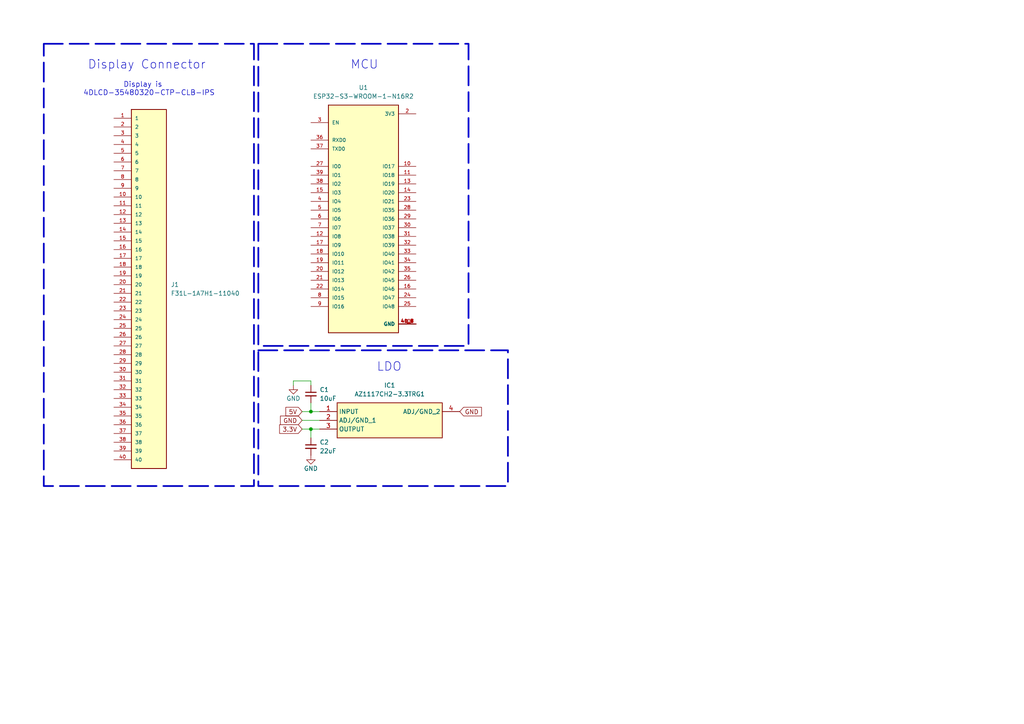
<source format=kicad_sch>
(kicad_sch (version 20230121) (generator eeschema)
  (paper "A4")
  (lib_symbols
    (symbol "AZ1117CH2-3_3TRG1:AZ1117CH2-3.3TRG1"
      (property "Reference" "IC" (at 36.83 7.62 0))
      (property "Value" "AZ1117CH2-3.3TRG1" (at 36.83 5.08 0))
      (symbol "AZ1117CH2-3.3TRG1_1_1"
        (rectangle (start 5.08 2.54) (end 35.56 -7.62) (stroke (width 0.254)) (fill (type background)))
        (pin passive line (at 0 0 0) (length 5.08) (name "INPUT") (number "1"))
        (pin passive line (at 0 -2.54 0) (length 5.08) (name "ADJ/GND_1") (number "2"))
        (pin passive line (at 0 -5.08 0) (length 5.08) (name "OUTPUT") (number "3"))
        (pin passive line (at 40.64 0 180) (length 5.08) (name "ADJ/GND_2") (number "4"))
      )
    )
    (symbol "Device:C_Small" (pin_numbers hide) (pin_names (offset 0.254) hide)
      (property "Reference" "C" (at 0.254 1.778 0))
      (property "Value" "C_Small" (at 0.254 -2.032 0))
      (symbol "C_Small_0_1"
        (polyline (pts (xy -1.524 -0.508) (xy 1.524 -0.508)) (stroke (width 0.3302)))
        (polyline (pts (xy -1.524 0.508) (xy 1.524 0.508)) (stroke (width 0.3048)))
      )
      (symbol "C_Small_1_1"
        (pin passive line (at 0 2.54 270) (length 2.032) (name "~") (number "1"))
        (pin passive line (at 0 -2.54 90) (length 2.032) (name "~") (number "2"))
      )
    )
    (symbol "ESP32-S3-WROOM-1-N16R2:ESP32-S3-WROOM-1-N16R2" (pin_names (offset 1.016))
      (property "Reference" "U" (at -10.16 34.1122 0))
      (property "Value" "ESP32-S3-WROOM-1-N16R2" (at -10.16 -35.56 0))
      (symbol "ESP32-S3-WROOM-1-N16R2_0_0"
        (rectangle (start -10.16 -33.02) (end 10.16 33.02) (stroke (width 0.254)) (fill (type background)))
        (pin power_in line (at 15.24 -30.48 180) (length 5.08) (name "GND") (number "1"))
        (pin bidirectional line (at 15.24 15.24 180) (length 5.08) (name "IO17") (number "10"))
        (pin bidirectional line (at 15.24 12.7 180) (length 5.08) (name "IO18") (number "11"))
        (pin bidirectional line (at -15.24 -5.08 0) (length 5.08) (name "IO8") (number "12"))
        (pin bidirectional line (at 15.24 10.16 180) (length 5.08) (name "IO19") (number "13"))
        (pin bidirectional line (at 15.24 7.62 180) (length 5.08) (name "IO20") (number "14"))
        (pin bidirectional line (at -15.24 7.62 0) (length 5.08) (name "IO3") (number "15"))
        (pin bidirectional line (at 15.24 -20.32 180) (length 5.08) (name "IO46") (number "16"))
        (pin bidirectional line (at -15.24 -7.62 0) (length 5.08) (name "IO9") (number "17"))
        (pin bidirectional line (at -15.24 -10.16 0) (length 5.08) (name "IO10") (number "18"))
        (pin bidirectional line (at -15.24 -12.7 0) (length 5.08) (name "IO11") (number "19"))
        (pin power_in line (at 15.24 30.48 180) (length 5.08) (name "3V3") (number "2"))
        (pin bidirectional line (at -15.24 -15.24 0) (length 5.08) (name "IO12") (number "20"))
        (pin bidirectional line (at -15.24 -17.78 0) (length 5.08) (name "IO13") (number "21"))
        (pin bidirectional line (at -15.24 -20.32 0) (length 5.08) (name "IO14") (number "22"))
        (pin bidirectional line (at 15.24 5.08 180) (length 5.08) (name "IO21") (number "23"))
        (pin bidirectional line (at 15.24 -22.86 180) (length 5.08) (name "IO47") (number "24"))
        (pin bidirectional line (at 15.24 -25.4 180) (length 5.08) (name "IO48") (number "25"))
        (pin bidirectional line (at 15.24 -17.78 180) (length 5.08) (name "IO45") (number "26"))
        (pin bidirectional line (at -15.24 15.24 0) (length 5.08) (name "IO0") (number "27"))
        (pin bidirectional line (at 15.24 2.54 180) (length 5.08) (name "IO35") (number "28"))
        (pin bidirectional line (at 15.24 0 180) (length 5.08) (name "IO36") (number "29"))
        (pin input line (at -15.24 27.94 0) (length 5.08) (name "EN") (number "3"))
        (pin bidirectional line (at 15.24 -2.54 180) (length 5.08) (name "IO37") (number "30"))
        (pin bidirectional line (at 15.24 -5.08 180) (length 5.08) (name "IO38") (number "31"))
        (pin bidirectional line (at 15.24 -7.62 180) (length 5.08) (name "IO39") (number "32"))
        (pin bidirectional line (at 15.24 -10.16 180) (length 5.08) (name "IO40") (number "33"))
        (pin bidirectional line (at 15.24 -12.7 180) (length 5.08) (name "IO41") (number "34"))
        (pin bidirectional line (at 15.24 -15.24 180) (length 5.08) (name "IO42") (number "35"))
        (pin bidirectional line (at -15.24 22.86 0) (length 5.08) (name "RXD0") (number "36"))
        (pin bidirectional line (at -15.24 20.32 0) (length 5.08) (name "TXD0") (number "37"))
        (pin bidirectional line (at -15.24 10.16 0) (length 5.08) (name "IO2") (number "38"))
        (pin bidirectional line (at -15.24 12.7 0) (length 5.08) (name "IO1") (number "39"))
        (pin bidirectional line (at -15.24 5.08 0) (length 5.08) (name "IO4") (number "4"))
        (pin power_in line (at 15.24 -30.48 180) (length 5.08) (name "GND") (number "40"))
        (pin power_in line (at 15.24 -30.48 180) (length 5.08) (name "GND") (number "41_1"))
        (pin power_in line (at 15.24 -30.48 180) (length 5.08) (name "GND") (number "41_2"))
        (pin power_in line (at 15.24 -30.48 180) (length 5.08) (name "GND") (number "41_3"))
        (pin power_in line (at 15.24 -30.48 180) (length 5.08) (name "GND") (number "41_4"))
        (pin power_in line (at 15.24 -30.48 180) (length 5.08) (name "GND") (number "41_5"))
        (pin power_in line (at 15.24 -30.48 180) (length 5.08) (name "GND") (number "41_6"))
        (pin power_in line (at 15.24 -30.48 180) (length 5.08) (name "GND") (number "41_7"))
        (pin power_in line (at 15.24 -30.48 180) (length 5.08) (name "GND") (number "41_8"))
        (pin power_in line (at 15.24 -30.48 180) (length 5.08) (name "GND") (number "41_9"))
        (pin bidirectional line (at -15.24 2.54 0) (length 5.08) (name "IO5") (number "5"))
        (pin bidirectional line (at -15.24 0 0) (length 5.08) (name "IO6") (number "6"))
        (pin bidirectional line (at -15.24 -2.54 0) (length 5.08) (name "IO7") (number "7"))
        (pin bidirectional line (at -15.24 -22.86 0) (length 5.08) (name "IO15") (number "8"))
        (pin bidirectional line (at -15.24 -25.4 0) (length 5.08) (name "IO16") (number "9"))
      )
    )
    (symbol "F31L-1A7H1-11040:F31L-1A7H1-11040" (pin_names (offset 1.016))
      (property "Reference" "J" (at -5.08 51.562 0))
      (property "Value" "F31L-1A7H1-11040" (at -5.08 -55.88 0))
      (symbol "F31L-1A7H1-11040_0_0"
        (rectangle (start -5.08 -53.34) (end 5.08 50.8) (stroke (width 0.254)) (fill (type background)))
        (pin passive line (at -10.16 48.26 0) (length 5.08) (name "1") (number "1"))
        (pin passive line (at -10.16 25.4 0) (length 5.08) (name "10") (number "10"))
        (pin passive line (at -10.16 22.86 0) (length 5.08) (name "11") (number "11"))
        (pin passive line (at -10.16 20.32 0) (length 5.08) (name "12") (number "12"))
        (pin passive line (at -10.16 17.78 0) (length 5.08) (name "13") (number "13"))
        (pin passive line (at -10.16 15.24 0) (length 5.08) (name "14") (number "14"))
        (pin passive line (at -10.16 12.7 0) (length 5.08) (name "15") (number "15"))
        (pin passive line (at -10.16 10.16 0) (length 5.08) (name "16") (number "16"))
        (pin passive line (at -10.16 7.62 0) (length 5.08) (name "17") (number "17"))
        (pin passive line (at -10.16 5.08 0) (length 5.08) (name "18") (number "18"))
        (pin passive line (at -10.16 2.54 0) (length 5.08) (name "19") (number "19"))
        (pin passive line (at -10.16 45.72 0) (length 5.08) (name "2") (number "2"))
        (pin passive line (at -10.16 0 0) (length 5.08) (name "20") (number "20"))
        (pin passive line (at -10.16 -2.54 0) (length 5.08) (name "21") (number "21"))
        (pin passive line (at -10.16 -5.08 0) (length 5.08) (name "22") (number "22"))
        (pin passive line (at -10.16 -7.62 0) (length 5.08) (name "23") (number "23"))
        (pin passive line (at -10.16 -10.16 0) (length 5.08) (name "24") (number "24"))
        (pin passive line (at -10.16 -12.7 0) (length 5.08) (name "25") (number "25"))
        (pin passive line (at -10.16 -15.24 0) (length 5.08) (name "26") (number "26"))
        (pin passive line (at -10.16 -17.78 0) (length 5.08) (name "27") (number "27"))
        (pin passive line (at -10.16 -20.32 0) (length 5.08) (name "28") (number "28"))
        (pin passive line (at -10.16 -22.86 0) (length 5.08) (name "29") (number "29"))
        (pin passive line (at -10.16 43.18 0) (length 5.08) (name "3") (number "3"))
        (pin passive line (at -10.16 -25.4 0) (length 5.08) (name "30") (number "30"))
        (pin passive line (at -10.16 -27.94 0) (length 5.08) (name "31") (number "31"))
        (pin passive line (at -10.16 -30.48 0) (length 5.08) (name "32") (number "32"))
        (pin passive line (at -10.16 -33.02 0) (length 5.08) (name "33") (number "33"))
        (pin passive line (at -10.16 -35.56 0) (length 5.08) (name "34") (number "34"))
        (pin passive line (at -10.16 -38.1 0) (length 5.08) (name "35") (number "35"))
        (pin passive line (at -10.16 -40.64 0) (length 5.08) (name "36") (number "36"))
        (pin passive line (at -10.16 -43.18 0) (length 5.08) (name "37") (number "37"))
        (pin passive line (at -10.16 -45.72 0) (length 5.08) (name "38") (number "38"))
        (pin passive line (at -10.16 -48.26 0) (length 5.08) (name "39") (number "39"))
        (pin passive line (at -10.16 40.64 0) (length 5.08) (name "4") (number "4"))
        (pin passive line (at -10.16 -50.8 0) (length 5.08) (name "40") (number "40"))
        (pin passive line (at -10.16 38.1 0) (length 5.08) (name "5") (number "5"))
        (pin passive line (at -10.16 35.56 0) (length 5.08) (name "6") (number "6"))
        (pin passive line (at -10.16 33.02 0) (length 5.08) (name "7") (number "7"))
        (pin passive line (at -10.16 30.48 0) (length 5.08) (name "8") (number "8"))
        (pin passive line (at -10.16 27.94 0) (length 5.08) (name "9") (number "9"))
      )
    )
    (symbol "power:GND" (power) (pin_names (offset 0))
      (property "Value" "GND" (at 0 -3.81 0))
      (symbol "GND_0_1"
        (polyline (pts (xy 0 0) (xy 0 -1.27) (xy 1.27 -1.27) (xy 0 -2.54) (xy -1.27 -1.27) (xy 0 -1.27)))
      )
      (symbol "GND_1_1"
        (pin power_in line (at 0 0 270) (length 0) hide (name "GND") (number "1"))
      )
    )
  )
  (junction (at 90.17 124.46))
  (junction (at 90.17 119.38))
  (wire (pts (xy 90.17 110.49) (xy 90.17 111.76)))
  (wire (pts (xy 90.17 119.38) (xy 92.71 119.38)))
  (wire (pts (xy 85.09 110.49) (xy 85.09 111.76)))
  (wire (pts (xy 85.09 110.49) (xy 90.17 110.49)))
  (wire (pts (xy 87.63 119.38) (xy 90.17 119.38)))
  (wire (pts (xy 87.63 124.46) (xy 90.17 124.46)))
  (wire (pts (xy 90.17 119.38) (xy 90.17 116.84)))
  (wire (pts (xy 87.63 121.92) (xy 92.71 121.92)))
  (wire (pts (xy 90.17 124.46) (xy 92.71 124.46)))
  (wire (pts (xy 90.17 124.46) (xy 90.17 127)))
  (rectangle (start 74.93 101.6) (end 147.32 140.97) (stroke (width 0.5) (type dash)))
  (rectangle (start 74.93 12.7) (end 135.89 100.33) (stroke (width 0.5) (type dash)))
  (rectangle (start 12.7 12.7) (end 73.66 140.97) (stroke (width 0.5) (type dash)))
  (text "LDO" (at 109.22 107.95 0) (effects (font (size 2.5 2.5)) (justify left bottom)))
  (text "Display Connector" (at 25.4 20.32 0) (effects (font (size 2.5 2.5)) (justify left bottom)))
  (text "		Display is \n4DLCD-35480320-CTP-CLB-IPS" (at 24.13 27.94 0) (effects (font (size 1.5 1.5)) (justify left bottom)))
  (text "MCU\n" (at 101.6 20.32 0) (effects (font (size 2.5 2.5)) (justify left bottom)))
  (global_label "5V" (shape input) (at 87.63 119.38 180) (property "Intersheetrefs" "${INTERSHEET_REFS}" (effects hide)))
  (global_label "GND" (shape input) (at 87.63 121.92 180) (property "Intersheetrefs" "${INTERSHEET_REFS}" (effects hide)))
  (global_label "3.3V" (shape input) (at 87.63 124.46 180) (property "Intersheetrefs" "${INTERSHEET_REFS}" (effects hide)))
  (global_label "GND" (shape input) (at 133.35 119.38 0) (property "Intersheetrefs" "${INTERSHEET_REFS}" (effects hide)))
  (symbol (lib_id "ESP32-S3-WROOM-1-N16R2:ESP32-S3-WROOM-1-N16R2") (at 105.41 63.5 0) (unit 1)
    (property "Reference" "U1" (at 105.41 25.4 0))
    (property "Value" "ESP32-S3-WROOM-1-N16R2" (at 105.41 27.94 0))
    (property "Footprint" "ESP32-S3-WROOM-1-N16R2:XCVR_ESP32-S3-WROOM-1-N16R2" (effects hide))
    (property "MF" "Espressif Systems" (effects hide))
    (property "MAXIMUM_PACKAGE_HEIGHT" "3.25mm" (effects hide))
    (property "Package" "NON STANDARD Espressif Systems" (effects hide))
    (property "Price" "None" (effects hide))
    (property "Check_prices" "https://www.snapeda.com/parts/ESP32S3WROOM1N16R2/Espressif+Systems/view-part/?ref=eda" (effects hide))
    (property "STANDARD" "Manufacturer Recommendations" (effects hide))
    (property "PARTREV" "v1.0" (effects hide))
    (property "SnapEDA_Link" "https://www.snapeda.com/parts/ESP32S3WROOM1N16R2/Espressif+Systems/view-part/?ref=snap" (effects hide))
    (property "MP" "ESP32S3WROOM1N16R2" (effects hide))
    (property "Purchase-URL" "https://www.snapeda.com/api/url_track_click_mouser/?unipart_id=10874217&manufacturer=Espressif Systems&part_name=ESP32S3WROOM1N16R2&search_term=None" (effects hide))
    (property "Description" "\nBluetooth, WiFi 802.11b/g/n, Bluetooth v5.0 Transceiver Module 2.4GHz PCB Trace Surface Mount\n" (effects hide))
    (property "Availability" "In Stock" (effects hide))
    (property "MANUFACTURER" "Espressif" (effects hide))
  )
  (symbol (lib_id "power:GND") (at 85.09 111.76 0) (unit 1)
    (property "Reference" "#PWR01" (effects hide))
    (property "Value" "GND" (at 85.09 115.57 0))
  )
  (symbol (lib_id "AZ1117CH2-3_3TRG1:AZ1117CH2-3.3TRG1") (at 92.71 119.38 0) (unit 1)
    (property "Reference" "IC1" (at 113.03 111.76 0))
    (property "Value" "AZ1117CH2-3.3TRG1" (at 113.03 114.3 0))
    (property "Footprint" "SOT230P700X180-4N" (effects hide))
    (property "Datasheet" "https://www.diodes.com//assets/Datasheets/AZ1117C.pdf" (effects hide))
    (property "Height" "1.8" (effects hide))
    (property "Mouser Part Number" "621-AZ1117CH2-33TRG1" (effects hide))
    (property "Mouser Price/Stock" "https://www.mouser.co.uk/ProductDetail/Diodes-Incorporated/AZ1117CH2-3.3TRG1?qs=lQAVKuKFhkLc7jCxso2G3w%3D%3D" (effects hide))
    (property "Manufacturer_Name" "Diodes Incorporated" (effects hide))
    (property "Manufacturer_Part_Number" "AZ1117CH2-3.3TRG1" (effects hide))
  )
  (symbol (lib_id "Device:C_Small") (at 90.17 114.3 0) (unit 1)
    (property "Reference" "C1" (at 92.71 113.0363 0) (effects (justify left)))
    (property "Value" "10uF" (at 92.71 115.5763 0) (effects (justify left)))
  )
  (symbol (lib_id "Device:C_Small") (at 90.17 129.54 0) (unit 1)
    (property "Reference" "C2" (at 92.71 128.2763 0) (effects (justify left)))
    (property "Value" "22uF" (at 92.71 130.8163 0) (effects (justify left)))
  )
  (symbol (lib_id "power:GND") (at 90.17 132.08 0) (unit 1)
    (property "Reference" "#PWR02" (effects hide))
    (property "Value" "GND" (at 90.17 135.89 0))
  )
  (symbol (lib_id "F31L-1A7H1-11040:F31L-1A7H1-11040") (at 43.18 82.55 0) (unit 1)
    (property "Reference" "J1" (at 49.53 82.55 0) (effects (justify left)))
    (property "Value" "F31L-1A7H1-11040" (at 49.53 85.09 0) (effects (justify left)))
    (property "Footprint" "F31L-1A7H1-11040" (effects hide))
    (property "MF" "Amphenol" (effects hide))
    (property "Description" "\n40 Position FFC, FPC Connector Contacts, Bottom 0.020 (0.50mm) Surface Mount, Right Angle\n" (effects hide))
  )
)
</source>
